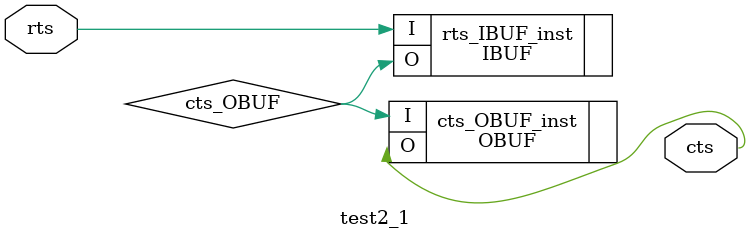
<source format=v>
`timescale 1 ps / 1 ps

(* ECO_CHECKSUM = "4597869" *) 
(* STRUCTURAL_NETLIST = "yes" *)
(* \DesignAttr:ENABLE_NOC_NETLIST_VIEW  *) 
(* \DesignAttr:ENABLE_AIE_NETLIST_VIEW  *) 
module test2_1
   (cts,
    rts);
  output cts;
  input rts;

  wire cts;
  wire cts_OBUF;
  wire rts;

  OBUF cts_OBUF_inst
       (.I(cts_OBUF),
        .O(cts));
  IBUF rts_IBUF_inst
       (.I(rts),
        .O(cts_OBUF));
endmodule

</source>
